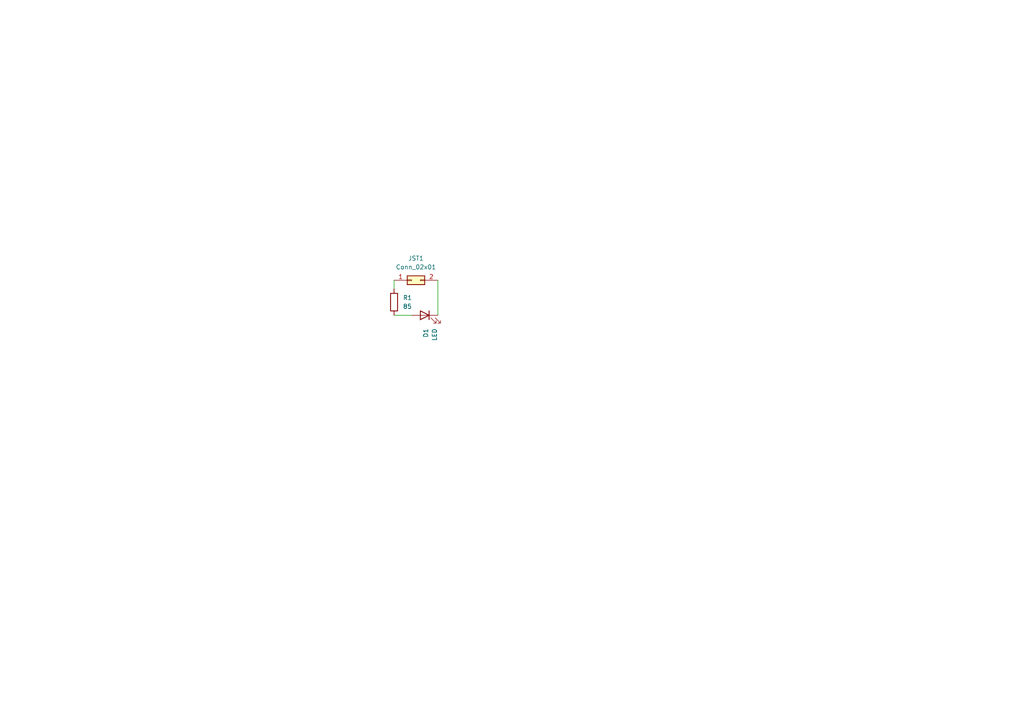
<source format=kicad_sch>
(kicad_sch
	(version 20231120)
	(generator "eeschema")
	(generator_version "8.0")
	(uuid "9ba5d345-7a39-40a1-8a00-bfb74c27806c")
	(paper "A4")
	(lib_symbols
		(symbol "Connector_Generic:Conn_02x01"
			(pin_names
				(offset 1.016) hide)
			(exclude_from_sim no)
			(in_bom yes)
			(on_board yes)
			(property "Reference" "J"
				(at 1.27 2.54 0)
				(effects
					(font
						(size 1.27 1.27)
					)
				)
			)
			(property "Value" "Conn_02x01"
				(at 1.27 -2.54 0)
				(effects
					(font
						(size 1.27 1.27)
					)
				)
			)
			(property "Footprint" ""
				(at 0 0 0)
				(effects
					(font
						(size 1.27 1.27)
					)
					(hide yes)
				)
			)
			(property "Datasheet" "~"
				(at 0 0 0)
				(effects
					(font
						(size 1.27 1.27)
					)
					(hide yes)
				)
			)
			(property "Description" "Generic connector, double row, 02x01, this symbol is compatible with counter-clockwise, top-bottom and odd-even numbering schemes., script generated (kicad-library-utils/schlib/autogen/connector/)"
				(at 0 0 0)
				(effects
					(font
						(size 1.27 1.27)
					)
					(hide yes)
				)
			)
			(property "ki_keywords" "connector"
				(at 0 0 0)
				(effects
					(font
						(size 1.27 1.27)
					)
					(hide yes)
				)
			)
			(property "ki_fp_filters" "Connector*:*_2x??_*"
				(at 0 0 0)
				(effects
					(font
						(size 1.27 1.27)
					)
					(hide yes)
				)
			)
			(symbol "Conn_02x01_1_1"
				(rectangle
					(start -1.27 0.127)
					(end 0 -0.127)
					(stroke
						(width 0.1524)
						(type default)
					)
					(fill
						(type none)
					)
				)
				(rectangle
					(start -1.27 1.27)
					(end 3.81 -1.27)
					(stroke
						(width 0.254)
						(type default)
					)
					(fill
						(type background)
					)
				)
				(rectangle
					(start 3.81 0.127)
					(end 2.54 -0.127)
					(stroke
						(width 0.1524)
						(type default)
					)
					(fill
						(type none)
					)
				)
				(pin passive line
					(at -5.08 0 0)
					(length 3.81)
					(name "Pin_1"
						(effects
							(font
								(size 1.27 1.27)
							)
						)
					)
					(number "1"
						(effects
							(font
								(size 1.27 1.27)
							)
						)
					)
				)
				(pin passive line
					(at 7.62 0 180)
					(length 3.81)
					(name "Pin_2"
						(effects
							(font
								(size 1.27 1.27)
							)
						)
					)
					(number "2"
						(effects
							(font
								(size 1.27 1.27)
							)
						)
					)
				)
			)
		)
		(symbol "Device:LED"
			(pin_numbers hide)
			(pin_names
				(offset 1.016) hide)
			(exclude_from_sim no)
			(in_bom yes)
			(on_board yes)
			(property "Reference" "D"
				(at 0 2.54 0)
				(effects
					(font
						(size 1.27 1.27)
					)
				)
			)
			(property "Value" "LED"
				(at 0 -2.54 0)
				(effects
					(font
						(size 1.27 1.27)
					)
				)
			)
			(property "Footprint" ""
				(at 0 0 0)
				(effects
					(font
						(size 1.27 1.27)
					)
					(hide yes)
				)
			)
			(property "Datasheet" "~"
				(at 0 0 0)
				(effects
					(font
						(size 1.27 1.27)
					)
					(hide yes)
				)
			)
			(property "Description" "Light emitting diode"
				(at 0 0 0)
				(effects
					(font
						(size 1.27 1.27)
					)
					(hide yes)
				)
			)
			(property "ki_keywords" "LED diode"
				(at 0 0 0)
				(effects
					(font
						(size 1.27 1.27)
					)
					(hide yes)
				)
			)
			(property "ki_fp_filters" "LED* LED_SMD:* LED_THT:*"
				(at 0 0 0)
				(effects
					(font
						(size 1.27 1.27)
					)
					(hide yes)
				)
			)
			(symbol "LED_0_1"
				(polyline
					(pts
						(xy -1.27 -1.27) (xy -1.27 1.27)
					)
					(stroke
						(width 0.254)
						(type default)
					)
					(fill
						(type none)
					)
				)
				(polyline
					(pts
						(xy -1.27 0) (xy 1.27 0)
					)
					(stroke
						(width 0)
						(type default)
					)
					(fill
						(type none)
					)
				)
				(polyline
					(pts
						(xy 1.27 -1.27) (xy 1.27 1.27) (xy -1.27 0) (xy 1.27 -1.27)
					)
					(stroke
						(width 0.254)
						(type default)
					)
					(fill
						(type none)
					)
				)
				(polyline
					(pts
						(xy -3.048 -0.762) (xy -4.572 -2.286) (xy -3.81 -2.286) (xy -4.572 -2.286) (xy -4.572 -1.524)
					)
					(stroke
						(width 0)
						(type default)
					)
					(fill
						(type none)
					)
				)
				(polyline
					(pts
						(xy -1.778 -0.762) (xy -3.302 -2.286) (xy -2.54 -2.286) (xy -3.302 -2.286) (xy -3.302 -1.524)
					)
					(stroke
						(width 0)
						(type default)
					)
					(fill
						(type none)
					)
				)
			)
			(symbol "LED_1_1"
				(pin passive line
					(at -3.81 0 0)
					(length 2.54)
					(name "K"
						(effects
							(font
								(size 1.27 1.27)
							)
						)
					)
					(number "1"
						(effects
							(font
								(size 1.27 1.27)
							)
						)
					)
				)
				(pin passive line
					(at 3.81 0 180)
					(length 2.54)
					(name "A"
						(effects
							(font
								(size 1.27 1.27)
							)
						)
					)
					(number "2"
						(effects
							(font
								(size 1.27 1.27)
							)
						)
					)
				)
			)
		)
		(symbol "Device:R"
			(pin_numbers hide)
			(pin_names
				(offset 0)
			)
			(exclude_from_sim no)
			(in_bom yes)
			(on_board yes)
			(property "Reference" "R"
				(at 2.032 0 90)
				(effects
					(font
						(size 1.27 1.27)
					)
				)
			)
			(property "Value" "R"
				(at 0 0 90)
				(effects
					(font
						(size 1.27 1.27)
					)
				)
			)
			(property "Footprint" ""
				(at -1.778 0 90)
				(effects
					(font
						(size 1.27 1.27)
					)
					(hide yes)
				)
			)
			(property "Datasheet" "~"
				(at 0 0 0)
				(effects
					(font
						(size 1.27 1.27)
					)
					(hide yes)
				)
			)
			(property "Description" "Resistor"
				(at 0 0 0)
				(effects
					(font
						(size 1.27 1.27)
					)
					(hide yes)
				)
			)
			(property "ki_keywords" "R res resistor"
				(at 0 0 0)
				(effects
					(font
						(size 1.27 1.27)
					)
					(hide yes)
				)
			)
			(property "ki_fp_filters" "R_*"
				(at 0 0 0)
				(effects
					(font
						(size 1.27 1.27)
					)
					(hide yes)
				)
			)
			(symbol "R_0_1"
				(rectangle
					(start -1.016 -2.54)
					(end 1.016 2.54)
					(stroke
						(width 0.254)
						(type default)
					)
					(fill
						(type none)
					)
				)
			)
			(symbol "R_1_1"
				(pin passive line
					(at 0 3.81 270)
					(length 1.27)
					(name "~"
						(effects
							(font
								(size 1.27 1.27)
							)
						)
					)
					(number "1"
						(effects
							(font
								(size 1.27 1.27)
							)
						)
					)
				)
				(pin passive line
					(at 0 -3.81 90)
					(length 1.27)
					(name "~"
						(effects
							(font
								(size 1.27 1.27)
							)
						)
					)
					(number "2"
						(effects
							(font
								(size 1.27 1.27)
							)
						)
					)
				)
			)
		)
	)
	(wire
		(pts
			(xy 114.3 91.44) (xy 119.38 91.44)
		)
		(stroke
			(width 0)
			(type default)
		)
		(uuid "4bc10aff-88ad-4a2b-a6e5-2fd75e0d5dab")
	)
	(wire
		(pts
			(xy 114.3 81.28) (xy 114.3 83.82)
		)
		(stroke
			(width 0)
			(type default)
		)
		(uuid "8b8c7d4f-3b2c-46a6-bda6-377821d14abf")
	)
	(wire
		(pts
			(xy 127 81.28) (xy 127 91.44)
		)
		(stroke
			(width 0)
			(type default)
		)
		(uuid "d38e503d-d861-4d51-8ea7-b66ec73d4182")
	)
	(symbol
		(lib_id "Device:LED")
		(at 123.19 91.44 0)
		(mirror y)
		(unit 1)
		(exclude_from_sim no)
		(in_bom yes)
		(on_board yes)
		(dnp no)
		(uuid "3e2838d6-d6f7-42fc-af33-a6b16d9c6a25")
		(property "Reference" "D1"
			(at 123.5074 95.25 90)
			(effects
				(font
					(size 1.27 1.27)
				)
				(justify right)
			)
		)
		(property "Value" "LED"
			(at 126.0474 95.25 90)
			(effects
				(font
					(size 1.27 1.27)
				)
				(justify right)
			)
		)
		(property "Footprint" "LED_THT:LED_D3.0mm"
			(at 123.19 91.44 0)
			(effects
				(font
					(size 1.27 1.27)
				)
				(hide yes)
			)
		)
		(property "Datasheet" "~"
			(at 123.19 91.44 0)
			(effects
				(font
					(size 1.27 1.27)
				)
				(hide yes)
			)
		)
		(property "Description" "Light emitting diode"
			(at 123.19 91.44 0)
			(effects
				(font
					(size 1.27 1.27)
				)
				(hide yes)
			)
		)
		(pin "2"
			(uuid "fca1ad91-512d-44cd-aae9-ad1fca0045d0")
		)
		(pin "1"
			(uuid "ee318058-0bcb-48fe-a155-8d346181ab23")
		)
		(instances
			(project ""
				(path "/9ba5d345-7a39-40a1-8a00-bfb74c27806c"
					(reference "D1")
					(unit 1)
				)
			)
		)
	)
	(symbol
		(lib_id "Device:R")
		(at 114.3 87.63 0)
		(unit 1)
		(exclude_from_sim no)
		(in_bom yes)
		(on_board yes)
		(dnp no)
		(fields_autoplaced yes)
		(uuid "4b24f531-4236-42a6-b707-5b633afb286a")
		(property "Reference" "R1"
			(at 116.84 86.3599 0)
			(effects
				(font
					(size 1.27 1.27)
				)
				(justify left)
			)
		)
		(property "Value" "85"
			(at 116.84 88.8999 0)
			(effects
				(font
					(size 1.27 1.27)
				)
				(justify left)
			)
		)
		(property "Footprint" "Resistor_THT:R_Axial_DIN0207_L6.3mm_D2.5mm_P2.54mm_Vertical"
			(at 112.522 87.63 90)
			(effects
				(font
					(size 1.27 1.27)
				)
				(hide yes)
			)
		)
		(property "Datasheet" "~"
			(at 114.3 87.63 0)
			(effects
				(font
					(size 1.27 1.27)
				)
				(hide yes)
			)
		)
		(property "Description" "Resistor"
			(at 114.3 87.63 0)
			(effects
				(font
					(size 1.27 1.27)
				)
				(hide yes)
			)
		)
		(pin "1"
			(uuid "197f17d7-5fa4-4892-8f74-dc3c37b46603")
		)
		(pin "2"
			(uuid "f6c005d7-fff9-4f83-98e2-0eb8a94176a4")
		)
		(instances
			(project ""
				(path "/9ba5d345-7a39-40a1-8a00-bfb74c27806c"
					(reference "R1")
					(unit 1)
				)
			)
		)
	)
	(symbol
		(lib_id "Connector_Generic:Conn_02x01")
		(at 119.38 81.28 0)
		(unit 1)
		(exclude_from_sim no)
		(in_bom yes)
		(on_board yes)
		(dnp no)
		(fields_autoplaced yes)
		(uuid "fc86324d-f472-419c-bebe-8546e1a4fbb3")
		(property "Reference" "JST1"
			(at 120.65 74.93 0)
			(effects
				(font
					(size 1.27 1.27)
				)
			)
		)
		(property "Value" "Conn_02x01"
			(at 120.65 77.47 0)
			(effects
				(font
					(size 1.27 1.27)
				)
			)
		)
		(property "Footprint" "Connector_JST:JST_PH_S2B-PH-K_1x02_P2.00mm_Horizontal"
			(at 119.38 81.28 0)
			(effects
				(font
					(size 1.27 1.27)
				)
				(hide yes)
			)
		)
		(property "Datasheet" "~"
			(at 119.38 81.28 0)
			(effects
				(font
					(size 1.27 1.27)
				)
				(hide yes)
			)
		)
		(property "Description" "Generic connector, double row, 02x01, this symbol is compatible with counter-clockwise, top-bottom and odd-even numbering schemes., script generated (kicad-library-utils/schlib/autogen/connector/)"
			(at 119.38 81.28 0)
			(effects
				(font
					(size 1.27 1.27)
				)
				(hide yes)
			)
		)
		(pin "1"
			(uuid "c32543be-007e-4138-a857-6b2c58cfaaf3")
		)
		(pin "2"
			(uuid "5568706e-4242-4e70-8c68-3ba6267f7bab")
		)
		(instances
			(project ""
				(path "/9ba5d345-7a39-40a1-8a00-bfb74c27806c"
					(reference "JST1")
					(unit 1)
				)
			)
		)
	)
	(sheet_instances
		(path "/"
			(page "1")
		)
	)
)

</source>
